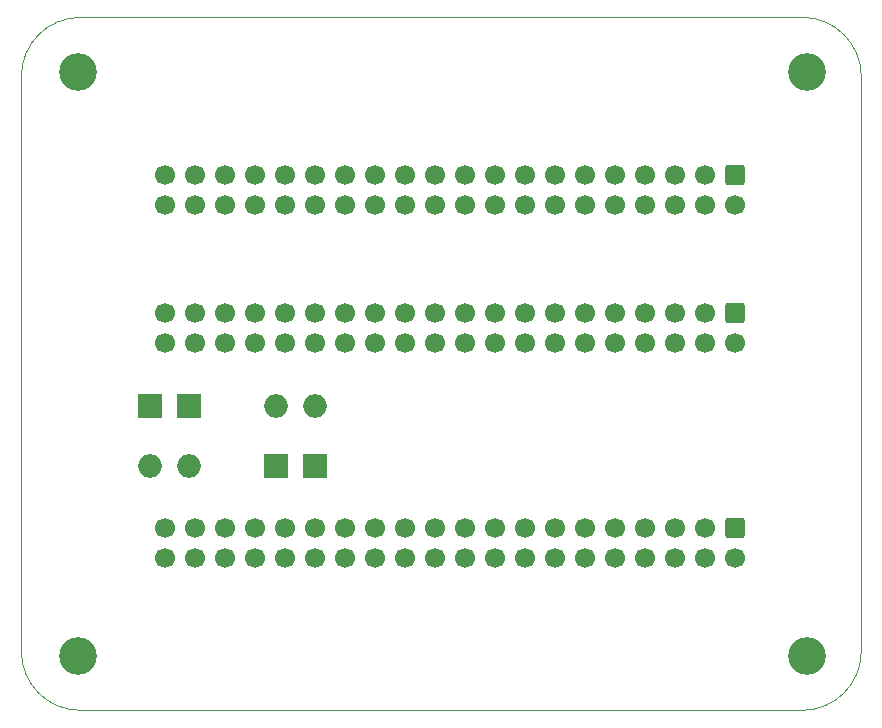
<source format=gbr>
G04 #@! TF.GenerationSoftware,KiCad,Pcbnew,8.0.4*
G04 #@! TF.CreationDate,2024-09-01T00:03:10+10:00*
G04 #@! TF.ProjectId,Amiga_4000_4IDE,416d6967-615f-4343-9030-305f34494445,rev?*
G04 #@! TF.SameCoordinates,Original*
G04 #@! TF.FileFunction,Soldermask,Bot*
G04 #@! TF.FilePolarity,Negative*
%FSLAX46Y46*%
G04 Gerber Fmt 4.6, Leading zero omitted, Abs format (unit mm)*
G04 Created by KiCad (PCBNEW 8.0.4) date 2024-09-01 00:03:10*
%MOMM*%
%LPD*%
G01*
G04 APERTURE LIST*
G04 Aperture macros list*
%AMRoundRect*
0 Rectangle with rounded corners*
0 $1 Rounding radius*
0 $2 $3 $4 $5 $6 $7 $8 $9 X,Y pos of 4 corners*
0 Add a 4 corners polygon primitive as box body*
4,1,4,$2,$3,$4,$5,$6,$7,$8,$9,$2,$3,0*
0 Add four circle primitives for the rounded corners*
1,1,$1+$1,$2,$3*
1,1,$1+$1,$4,$5*
1,1,$1+$1,$6,$7*
1,1,$1+$1,$8,$9*
0 Add four rect primitives between the rounded corners*
20,1,$1+$1,$2,$3,$4,$5,0*
20,1,$1+$1,$4,$5,$6,$7,0*
20,1,$1+$1,$6,$7,$8,$9,0*
20,1,$1+$1,$8,$9,$2,$3,0*%
G04 Aperture macros list end*
%ADD10C,3.200000*%
%ADD11R,2.000000X2.000000*%
%ADD12O,2.000000X2.000000*%
%ADD13RoundRect,0.250000X-0.600000X0.600000X-0.600000X-0.600000X0.600000X-0.600000X0.600000X0.600000X0*%
%ADD14C,1.700000*%
G04 #@! TA.AperFunction,Profile*
%ADD15C,0.050000*%
G04 #@! TD*
G04 APERTURE END LIST*
D10*
X159258000Y-58450000D03*
X97536000Y-58450000D03*
D11*
X106934000Y-86750000D03*
D12*
X106934000Y-91830000D03*
D10*
X159258000Y-107950000D03*
D11*
X103632000Y-86750000D03*
D12*
X103632000Y-91830000D03*
D11*
X117602000Y-91830000D03*
D12*
X117602000Y-86750000D03*
D10*
X97538000Y-107950000D03*
D13*
X153162000Y-78876000D03*
D14*
X153162000Y-81416000D03*
X150622000Y-78876000D03*
X150622000Y-81416000D03*
X148082000Y-78876000D03*
X148082000Y-81416000D03*
X145542000Y-78876000D03*
X145542000Y-81416000D03*
X143002000Y-78876000D03*
X143002000Y-81416000D03*
X140462000Y-78876000D03*
X140462000Y-81416000D03*
X137922000Y-78876000D03*
X137922000Y-81416000D03*
X135382000Y-78876000D03*
X135382000Y-81416000D03*
X132842000Y-78876000D03*
X132842000Y-81416000D03*
X130302000Y-78876000D03*
X130302000Y-81416000D03*
X127762000Y-78876000D03*
X127762000Y-81416000D03*
X125222000Y-78876000D03*
X125222000Y-81416000D03*
X122682000Y-78876000D03*
X122682000Y-81416000D03*
X120142000Y-78876000D03*
X120142000Y-81416000D03*
X117602000Y-78876000D03*
X117602000Y-81416000D03*
X115062000Y-78876000D03*
X115062000Y-81416000D03*
X112522000Y-78876000D03*
X112522000Y-81416000D03*
X109982000Y-78876000D03*
X109982000Y-81416000D03*
X107442000Y-78876000D03*
X107442000Y-81416000D03*
X104902000Y-78876000D03*
X104902000Y-81416000D03*
D13*
X153162000Y-97070000D03*
D14*
X153162000Y-99610000D03*
X150622000Y-97070000D03*
X150622000Y-99610000D03*
X148082000Y-97070000D03*
X148082000Y-99610000D03*
X145542000Y-97070000D03*
X145542000Y-99610000D03*
X143002000Y-97070000D03*
X143002000Y-99610000D03*
X140462000Y-97070000D03*
X140462000Y-99610000D03*
X137922000Y-97070000D03*
X137922000Y-99610000D03*
X135382000Y-97070000D03*
X135382000Y-99610000D03*
X132842000Y-97070000D03*
X132842000Y-99610000D03*
X130302000Y-97070000D03*
X130302000Y-99610000D03*
X127762000Y-97070000D03*
X127762000Y-99610000D03*
X125222000Y-97070000D03*
X125222000Y-99610000D03*
X122682000Y-97070000D03*
X122682000Y-99610000D03*
X120142000Y-97070000D03*
X120142000Y-99610000D03*
X117602000Y-97070000D03*
X117602000Y-99610000D03*
X115062000Y-97070000D03*
X115062000Y-99610000D03*
X112522000Y-97070000D03*
X112522000Y-99610000D03*
X109982000Y-97070000D03*
X109982000Y-99610000D03*
X107442000Y-97070000D03*
X107442000Y-99610000D03*
X104902000Y-97070000D03*
X104902000Y-99610000D03*
D13*
X153162000Y-67192000D03*
D14*
X153162000Y-69732000D03*
X150622000Y-67192000D03*
X150622000Y-69732000D03*
X148082000Y-67192000D03*
X148082000Y-69732000D03*
X145542000Y-67192000D03*
X145542000Y-69732000D03*
X143002000Y-67192000D03*
X143002000Y-69732000D03*
X140462000Y-67192000D03*
X140462000Y-69732000D03*
X137922000Y-67192000D03*
X137922000Y-69732000D03*
X135382000Y-67192000D03*
X135382000Y-69732000D03*
X132842000Y-67192000D03*
X132842000Y-69732000D03*
X130302000Y-67192000D03*
X130302000Y-69732000D03*
X127762000Y-67192000D03*
X127762000Y-69732000D03*
X125222000Y-67192000D03*
X125222000Y-69732000D03*
X122682000Y-67192000D03*
X122682000Y-69732000D03*
X120142000Y-67192000D03*
X120142000Y-69732000D03*
X117602000Y-67192000D03*
X117602000Y-69732000D03*
X115062000Y-67192000D03*
X115062000Y-69732000D03*
X112522000Y-67192000D03*
X112522000Y-69732000D03*
X109982000Y-67192000D03*
X109982000Y-69732000D03*
X107442000Y-67192000D03*
X107442000Y-69732000D03*
X104902000Y-67192000D03*
X104902000Y-69732000D03*
D11*
X114300000Y-91830000D03*
D12*
X114300000Y-86750000D03*
D15*
X92710000Y-58848000D02*
G75*
G02*
X97710000Y-53848000I5000000J0D01*
G01*
X158830000Y-53848000D02*
G75*
G02*
X163830000Y-58848000I0J-5000000D01*
G01*
X97710000Y-112522000D02*
G75*
G02*
X92710000Y-107522000I0J5000000D01*
G01*
X163830000Y-107522000D02*
G75*
G02*
X158830000Y-112522000I-5000000J0D01*
G01*
X97710000Y-53848000D02*
X158830000Y-53848000D01*
X92710000Y-107522000D02*
X92710000Y-58848000D01*
X163830000Y-58848000D02*
X163830000Y-107522000D01*
X158830000Y-112522000D02*
X97710000Y-112522000D01*
M02*

</source>
